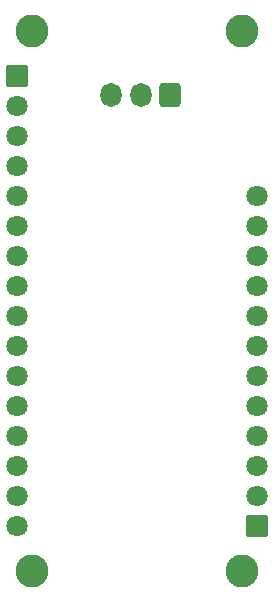
<source format=gbr>
%TF.GenerationSoftware,KiCad,Pcbnew,9.0.1+1*%
%TF.CreationDate,2025-05-19T20:13:15-04:00*%
%TF.ProjectId,lg_hvac_esp32,6c675f68-7661-4635-9f65-737033322e6b,rev?*%
%TF.SameCoordinates,Original*%
%TF.FileFunction,Soldermask,Bot*%
%TF.FilePolarity,Negative*%
%FSLAX46Y46*%
G04 Gerber Fmt 4.6, Leading zero omitted, Abs format (unit mm)*
G04 Created by KiCad (PCBNEW 9.0.1+1) date 2025-05-19 20:13:15*
%MOMM*%
%LPD*%
G01*
G04 APERTURE LIST*
G04 Aperture macros list*
%AMRoundRect*
0 Rectangle with rounded corners*
0 $1 Rounding radius*
0 $2 $3 $4 $5 $6 $7 $8 $9 X,Y pos of 4 corners*
0 Add a 4 corners polygon primitive as box body*
4,1,4,$2,$3,$4,$5,$6,$7,$8,$9,$2,$3,0*
0 Add four circle primitives for the rounded corners*
1,1,$1+$1,$2,$3*
1,1,$1+$1,$4,$5*
1,1,$1+$1,$6,$7*
1,1,$1+$1,$8,$9*
0 Add four rect primitives between the rounded corners*
20,1,$1+$1,$2,$3,$4,$5,0*
20,1,$1+$1,$4,$5,$6,$7,0*
20,1,$1+$1,$6,$7,$8,$9,0*
20,1,$1+$1,$8,$9,$2,$3,0*%
G04 Aperture macros list end*
%ADD10RoundRect,0.050000X0.850000X0.850000X-0.850000X0.850000X-0.850000X-0.850000X0.850000X-0.850000X0*%
%ADD11C,1.800000*%
%ADD12RoundRect,0.050000X-0.850000X-0.850000X0.850000X-0.850000X0.850000X0.850000X-0.850000X0.850000X0*%
%ADD13C,2.800000*%
%ADD14RoundRect,0.264706X0.635294X0.760294X-0.635294X0.760294X-0.635294X-0.760294X0.635294X-0.760294X0*%
%ADD15O,1.800000X2.050000*%
G04 APERTURE END LIST*
D10*
%TO.C,J3*%
X113110000Y-69580000D03*
D11*
X113110000Y-67040000D03*
X113110000Y-64500000D03*
X113110000Y-61960000D03*
X113110000Y-59420000D03*
X113110000Y-56880000D03*
X113110000Y-54340000D03*
X113110000Y-51800000D03*
X113110000Y-49260000D03*
X113110000Y-46720000D03*
X113110000Y-44180000D03*
X113110000Y-41640000D03*
%TD*%
D12*
%TO.C,J2*%
X92790000Y-31480000D03*
D11*
X92790000Y-34020000D03*
X92790000Y-36560000D03*
X92790000Y-39100000D03*
X92790000Y-41640000D03*
X92790000Y-44180000D03*
X92790000Y-46720000D03*
X92790000Y-49260000D03*
X92790000Y-51800000D03*
X92790000Y-54340000D03*
X92790000Y-56880000D03*
X92790000Y-59420000D03*
X92790000Y-61960000D03*
X92790000Y-64500000D03*
X92790000Y-67040000D03*
X92790000Y-69580000D03*
%TD*%
D13*
%TO.C,H3*%
X94060000Y-73390000D03*
%TD*%
%TO.C,H1*%
X111840000Y-27670000D03*
%TD*%
%TO.C,H4*%
X111840000Y-73390000D03*
%TD*%
%TO.C,H2*%
X94060000Y-27670000D03*
%TD*%
D14*
%TO.C,J1*%
X105750000Y-33100000D03*
D15*
X103250000Y-33100000D03*
X100750000Y-33100000D03*
%TD*%
M02*

</source>
